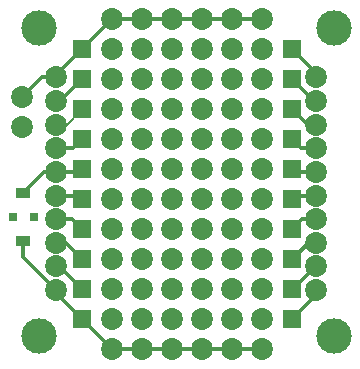
<source format=gtl>
%FSLAX34Y34*%
G04 Gerber Fmt 3.4, Leading zero omitted, Abs format*
G04 (created by PCBNEW (2013-11-13 BZR 4466)-product) date Fri 22 Nov 2013 08:51:14 EST*
%MOIN*%
G01*
G70*
G90*
G04 APERTURE LIST*
%ADD10C,0.005906*%
%ADD11R,0.060000X0.060000*%
%ADD12C,0.118110*%
%ADD13C,0.073200*%
%ADD14R,0.051181X0.035433*%
%ADD15R,0.027559X0.027559*%
%ADD16C,0.012000*%
%ADD17C,0.008000*%
G04 APERTURE END LIST*
G54D10*
G54D11*
X2503Y6540D03*
X2503Y7540D03*
X2503Y8540D03*
X2503Y9540D03*
X2503Y10540D03*
X2503Y11540D03*
X2503Y12540D03*
X2503Y13540D03*
X2503Y14540D03*
X2503Y15540D03*
X9503Y6540D03*
X9503Y7540D03*
X9503Y8540D03*
X9503Y9540D03*
X9503Y10540D03*
X9503Y11540D03*
X9503Y12540D03*
X9503Y13540D03*
X9503Y14540D03*
X9503Y15540D03*
G54D12*
X1047Y16232D03*
X10889Y16232D03*
X1047Y5996D03*
X10889Y5996D03*
G54D13*
X1637Y14600D03*
X1637Y13813D03*
X1637Y13025D03*
X1637Y12238D03*
X1637Y11451D03*
X1637Y10663D03*
X1637Y9876D03*
X1637Y9088D03*
X1637Y8301D03*
X1637Y7514D03*
X10299Y7514D03*
X10299Y8301D03*
X10299Y9088D03*
X10299Y9876D03*
X10299Y10663D03*
X10299Y11451D03*
X10299Y12238D03*
X10299Y13025D03*
X10299Y13813D03*
X10299Y14600D03*
X8503Y6540D03*
X7503Y6540D03*
X6503Y6540D03*
X6503Y7540D03*
X5503Y7540D03*
X5503Y6540D03*
X4503Y7540D03*
X3503Y7540D03*
X3503Y6540D03*
X4503Y6540D03*
X8503Y8540D03*
X7503Y8540D03*
X6503Y8540D03*
X5503Y8540D03*
X4503Y8540D03*
X3503Y8540D03*
X8503Y9540D03*
X5503Y9540D03*
X8503Y11540D03*
X3503Y12540D03*
X5503Y11540D03*
X4503Y11540D03*
X5503Y12540D03*
X4503Y12540D03*
X4503Y9540D03*
X7503Y11540D03*
X6503Y11540D03*
X7503Y9540D03*
X3503Y11540D03*
X6503Y9540D03*
X3503Y9540D03*
X8503Y10540D03*
X6503Y12540D03*
X6503Y10540D03*
X3503Y10540D03*
X7503Y10540D03*
X4503Y10540D03*
X8503Y7540D03*
X7503Y7540D03*
X5503Y10540D03*
X7503Y12540D03*
X4503Y14540D03*
X7503Y15540D03*
X5503Y15540D03*
X3503Y15540D03*
X3503Y14540D03*
X3503Y13540D03*
X8503Y12540D03*
X5503Y14540D03*
X8503Y15540D03*
X4503Y15540D03*
X6503Y14540D03*
X7503Y14540D03*
X4503Y13540D03*
X8503Y14540D03*
X8503Y13540D03*
X6503Y15540D03*
X6503Y13540D03*
X5503Y13540D03*
X7503Y13540D03*
G54D14*
X539Y10755D03*
X539Y9141D03*
G54D15*
X185Y9948D03*
X893Y9952D03*
G54D13*
X503Y13940D03*
X503Y12940D03*
X8503Y5540D03*
X4503Y5540D03*
X3503Y5540D03*
X7503Y5540D03*
X6503Y5540D03*
X5503Y5540D03*
X5503Y16540D03*
X4503Y16540D03*
X8503Y16540D03*
X7503Y16540D03*
X6503Y16540D03*
X3503Y16540D03*
G54D16*
X1637Y14600D02*
X1163Y14600D01*
X1163Y14600D02*
X503Y13940D01*
X1637Y14600D02*
X1637Y14674D01*
X1637Y14674D02*
X2503Y15540D01*
X3503Y16540D02*
X2503Y15540D01*
X8503Y16540D02*
X3503Y16540D01*
G54D17*
X1637Y14674D02*
X3503Y16540D01*
X3503Y16540D02*
X4503Y16540D01*
X4503Y16540D02*
X5503Y16540D01*
X5503Y16540D02*
X6503Y16540D01*
X6503Y16540D02*
X7503Y16540D01*
X7503Y16540D02*
X8503Y16540D01*
G54D16*
X2503Y6540D02*
X3503Y5540D01*
X3503Y5540D02*
X8503Y5540D01*
X1637Y7514D02*
X1637Y7407D01*
X1637Y7407D02*
X2503Y6540D01*
X539Y9141D02*
X539Y8612D01*
X539Y8612D02*
X1637Y7514D01*
G54D17*
X3503Y5540D02*
X5503Y5540D01*
X5503Y5540D02*
X6503Y5540D01*
X6503Y5540D02*
X7503Y5540D01*
X7503Y5540D02*
X8503Y5540D01*
G54D16*
X2503Y11540D02*
X2414Y11451D01*
X2414Y11451D02*
X1637Y11451D01*
X539Y10755D02*
X1234Y11451D01*
X1234Y11451D02*
X1637Y11451D01*
G54D17*
X1637Y11451D02*
X2414Y11451D01*
X1637Y11451D02*
X1234Y11451D01*
G54D16*
X2503Y9540D02*
X2168Y9876D01*
X2168Y9876D02*
X1637Y9876D01*
G54D17*
X1637Y9876D02*
X2168Y9876D01*
G54D16*
X1637Y10663D02*
X2381Y10663D01*
X2381Y10663D02*
X2503Y10540D01*
G54D17*
X2381Y10663D02*
X2503Y10540D01*
G54D16*
X2503Y12540D02*
X2201Y12238D01*
X2201Y12238D02*
X1637Y12238D01*
G54D17*
X1637Y12238D02*
X2201Y12238D01*
X1637Y13025D02*
X1988Y13025D01*
X1988Y13025D02*
X2503Y13540D01*
G54D16*
X2503Y14540D02*
X1776Y13813D01*
X1776Y13813D02*
X1637Y13813D01*
G54D17*
X1637Y13813D02*
X1776Y13813D01*
G54D16*
X1637Y9088D02*
X1955Y9088D01*
X1955Y9088D02*
X2503Y8540D01*
G54D17*
X1955Y9088D02*
X2503Y8540D01*
G54D16*
X1637Y8301D02*
X1743Y8301D01*
X1743Y8301D02*
X2503Y7540D01*
G54D17*
X1743Y8301D02*
X2503Y7540D01*
G54D16*
X9503Y15540D02*
X10299Y14745D01*
X10299Y14745D02*
X10299Y14600D01*
G54D17*
X10299Y14600D02*
X10299Y14745D01*
G54D16*
X10299Y13813D02*
X10231Y13813D01*
X10231Y13813D02*
X9503Y14540D01*
G54D17*
X10231Y13813D02*
X9503Y14540D01*
G54D16*
X9503Y13540D02*
X10018Y13025D01*
X10018Y13025D02*
X10299Y13025D01*
G54D17*
X10299Y13025D02*
X10018Y13025D01*
G54D16*
X10299Y12238D02*
X9806Y12238D01*
X9806Y12238D02*
X9503Y12540D01*
G54D17*
X9806Y12238D02*
X9503Y12540D01*
G54D16*
X9503Y11540D02*
X9593Y11451D01*
X9593Y11451D02*
X10299Y11451D01*
G54D17*
X10299Y11451D02*
X9593Y11451D01*
G54D16*
X10299Y10663D02*
X9626Y10663D01*
X9626Y10663D02*
X9503Y10540D01*
G54D17*
X9626Y10663D02*
X9503Y10540D01*
G54D16*
X9503Y9540D02*
X9839Y9876D01*
X9839Y9876D02*
X10299Y9876D01*
G54D17*
X10299Y9876D02*
X9839Y9876D01*
G54D16*
X10299Y9088D02*
X10051Y9088D01*
X10051Y9088D02*
X9503Y8540D01*
G54D17*
X10051Y9088D02*
X9503Y8540D01*
G54D16*
X10299Y8301D02*
X9538Y7540D01*
X9538Y7540D02*
X9503Y7540D01*
X9503Y6540D02*
X10299Y7336D01*
X10299Y7336D02*
X10299Y7514D01*
G54D17*
X10299Y7514D02*
X10299Y7336D01*
M02*

</source>
